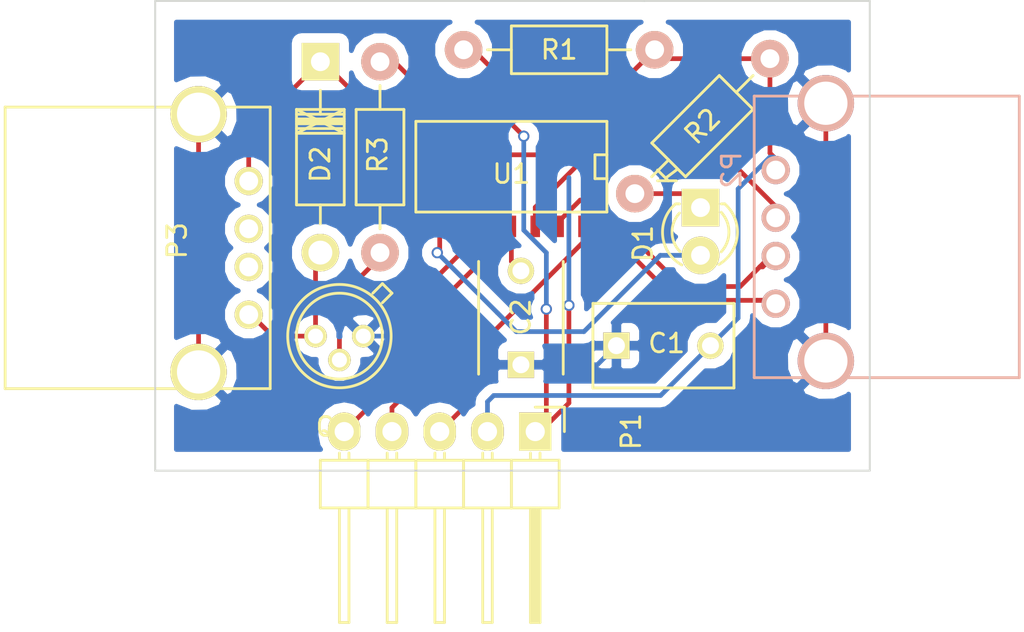
<source format=kicad_pcb>
(kicad_pcb (version 4) (host pcbnew 4.0.0-rc1-stable)

  (general
    (links 28)
    (no_connects 0)
    (area 135.949999 98.949999 174.050001 124.050001)
    (thickness 1.6)
    (drawings 5)
    (tracks 104)
    (zones 0)
    (modules 12)
    (nets 21)
  )

  (page A4)
  (layers
    (0 F.Cu signal)
    (31 B.Cu signal)
    (32 B.Adhes user)
    (33 F.Adhes user)
    (34 B.Paste user)
    (35 F.Paste user)
    (36 B.SilkS user)
    (37 F.SilkS user)
    (38 B.Mask user)
    (39 F.Mask user)
    (40 Dwgs.User user)
    (41 Cmts.User user hide)
    (42 Eco1.User user)
    (43 Eco2.User user)
    (44 Edge.Cuts user)
    (45 Margin user)
    (46 B.CrtYd user)
    (47 F.CrtYd user)
    (48 B.Fab user)
    (49 F.Fab user)
  )

  (setup
    (last_trace_width 0.25)
    (trace_clearance 0.2)
    (zone_clearance 0.508)
    (zone_45_only no)
    (trace_min 0.2)
    (segment_width 0.2)
    (edge_width 0.1)
    (via_size 0.6)
    (via_drill 0.4)
    (via_min_size 0.4)
    (via_min_drill 0.3)
    (uvia_size 0.3)
    (uvia_drill 0.1)
    (uvias_allowed no)
    (uvia_min_size 0.2)
    (uvia_min_drill 0.1)
    (pcb_text_width 0.3)
    (pcb_text_size 1.5 1.5)
    (mod_edge_width 0.15)
    (mod_text_size 1 1)
    (mod_text_width 0.15)
    (pad_size 1.5 1.5)
    (pad_drill 0.6)
    (pad_to_mask_clearance 0)
    (aux_axis_origin 0 0)
    (visible_elements 7FFEFFFF)
    (pcbplotparams
      (layerselection 0x010f0_80000001)
      (usegerberextensions true)
      (excludeedgelayer true)
      (linewidth 0.100000)
      (plotframeref false)
      (viasonmask false)
      (mode 1)
      (useauxorigin false)
      (hpglpennumber 1)
      (hpglpenspeed 20)
      (hpglpendiameter 15)
      (hpglpenoverlay 2)
      (psnegative false)
      (psa4output false)
      (plotreference true)
      (plotvalue true)
      (plotinvisibletext false)
      (padsonsilk false)
      (subtractmaskfromsilk false)
      (outputformat 1)
      (mirror false)
      (drillshape 0)
      (scaleselection 1)
      (outputdirectory ""))
  )

  (net 0 "")
  (net 1 GND)
  (net 2 "Net-(C1-Pad2)")
  (net 3 "Net-(C2-Pad2)")
  (net 4 "Net-(D1-Pad1)")
  (net 5 "Net-(D1-Pad2)")
  (net 6 "Net-(D2-Pad2)")
  (net 7 "Net-(P1-Pad1)")
  (net 8 "Net-(P1-Pad3)")
  (net 9 "Net-(P1-Pad4)")
  (net 10 "Net-(P1-Pad5)")
  (net 11 "Net-(P2-Pad2)")
  (net 12 "Net-(P2-Pad3)")
  (net 13 "Net-(P3-Pad3)")
  (net 14 "Net-(P3-Pad2)")
  (net 15 "Net-(Q1-Pad1)")
  (net 16 "Net-(R3-Pad2)")
  (net 17 "Net-(U1-Pad2)")
  (net 18 "Net-(U1-Pad3)")
  (net 19 "Net-(U1-Pad5)")
  (net 20 "Net-(U1-Pad6)")

  (net_class Default "This is the default net class."
    (clearance 0.2)
    (trace_width 0.25)
    (via_dia 0.6)
    (via_drill 0.4)
    (uvia_dia 0.3)
    (uvia_drill 0.1)
    (add_net GND)
    (add_net "Net-(C1-Pad2)")
    (add_net "Net-(C2-Pad2)")
    (add_net "Net-(D1-Pad1)")
    (add_net "Net-(D1-Pad2)")
    (add_net "Net-(D2-Pad2)")
    (add_net "Net-(P1-Pad1)")
    (add_net "Net-(P1-Pad3)")
    (add_net "Net-(P1-Pad4)")
    (add_net "Net-(P1-Pad5)")
    (add_net "Net-(P2-Pad2)")
    (add_net "Net-(P2-Pad3)")
    (add_net "Net-(P3-Pad2)")
    (add_net "Net-(P3-Pad3)")
    (add_net "Net-(Q1-Pad1)")
    (add_net "Net-(R3-Pad2)")
    (add_net "Net-(U1-Pad2)")
    (add_net "Net-(U1-Pad3)")
    (add_net "Net-(U1-Pad5)")
    (add_net "Net-(U1-Pad6)")
  )

  (module Capacitors_ThroughHole:C_Disc_D7.5_P5 (layer F.Cu) (tedit 56723660) (tstamp 567220A9)
    (at 160.528 117.348)
    (descr "Capacitor 7.5mm Disc, Pitch 5mm")
    (tags Capacitor)
    (path /56721CD2)
    (fp_text reference C1 (at 2.667 -0.127) (layer F.SilkS)
      (effects (font (size 1 1) (thickness 0.15)))
    )
    (fp_text value .01uF (at 2.159 1.397) (layer Cmts.User)
      (effects (font (size 1 1) (thickness 0.15)))
    )
    (fp_line (start -1.5 -2.5) (end 6.5 -2.5) (layer F.CrtYd) (width 0.05))
    (fp_line (start 6.5 -2.5) (end 6.5 2.5) (layer F.CrtYd) (width 0.05))
    (fp_line (start 6.5 2.5) (end -1.5 2.5) (layer F.CrtYd) (width 0.05))
    (fp_line (start -1.5 2.5) (end -1.5 -2.5) (layer F.CrtYd) (width 0.05))
    (fp_line (start -1.25 -2.25) (end 6.25 -2.25) (layer F.SilkS) (width 0.15))
    (fp_line (start 6.25 -2.25) (end 6.25 2.25) (layer F.SilkS) (width 0.15))
    (fp_line (start 6.25 2.25) (end -1.25 2.25) (layer F.SilkS) (width 0.15))
    (fp_line (start -1.25 2.25) (end -1.25 -2.25) (layer F.SilkS) (width 0.15))
    (pad 1 thru_hole rect (at 0 0) (size 1.4 1.4) (drill 0.9) (layers *.Cu *.Mask F.SilkS)
      (net 1 GND))
    (pad 2 thru_hole circle (at 5 0) (size 1.4 1.4) (drill 0.9) (layers *.Cu *.Mask F.SilkS)
      (net 2 "Net-(C1-Pad2)"))
    (model Capacitors_ThroughHole.3dshapes/C_Disc_D7.5_P5.wrl
      (at (xyz 0.0984252 0 0))
      (scale (xyz 1 1 1))
      (rotate (xyz 0 0 0))
    )
  )

  (module Capacitors_ThroughHole:C_Disc_D6_P5 (layer F.Cu) (tedit 56723627) (tstamp 567220AF)
    (at 155.448 118.364 90)
    (descr "Capacitor 6mm Disc, Pitch 5mm")
    (tags Capacitor)
    (path /567238D1)
    (fp_text reference C2 (at 2.54 0 90) (layer F.SilkS)
      (effects (font (size 1 1) (thickness 0.15)))
    )
    (fp_text value .47uF (at 2.54 1.524 90) (layer Cmts.User)
      (effects (font (size 1 1) (thickness 0.15)))
    )
    (fp_line (start -0.95 -2.5) (end 5.95 -2.5) (layer F.CrtYd) (width 0.05))
    (fp_line (start 5.95 -2.5) (end 5.95 2.5) (layer F.CrtYd) (width 0.05))
    (fp_line (start 5.95 2.5) (end -0.95 2.5) (layer F.CrtYd) (width 0.05))
    (fp_line (start -0.95 2.5) (end -0.95 -2.5) (layer F.CrtYd) (width 0.05))
    (fp_line (start -0.5 -2.25) (end 5.5 -2.25) (layer F.SilkS) (width 0.15))
    (fp_line (start 5.5 2.25) (end -0.5 2.25) (layer F.SilkS) (width 0.15))
    (pad 1 thru_hole rect (at 0 0 90) (size 1.4 1.4) (drill 0.9) (layers *.Cu *.Mask F.SilkS)
      (net 1 GND))
    (pad 2 thru_hole circle (at 5 0 90) (size 1.4 1.4) (drill 0.9) (layers *.Cu *.Mask F.SilkS)
      (net 3 "Net-(C2-Pad2)"))
    (model Capacitors_ThroughHole.3dshapes/C_Disc_D6_P5.wrl
      (at (xyz 0.0984252 0 0))
      (scale (xyz 1 1 1))
      (rotate (xyz 0 0 0))
    )
  )

  (module LEDs:LED-3MM (layer F.Cu) (tedit 56723611) (tstamp 567220B5)
    (at 165 110 270)
    (descr "LED 3mm round vertical")
    (tags "LED  3mm round vertical")
    (path /5671F594)
    (fp_text reference D1 (at 1.91 3.06 270) (layer F.SilkS)
      (effects (font (size 1 1) (thickness 0.15)))
    )
    (fp_text value ConnectedLED (at 1.3 -2.9 270) (layer Cmts.User)
      (effects (font (size 1 1) (thickness 0.15)))
    )
    (fp_line (start -1.2 2.3) (end 3.8 2.3) (layer F.CrtYd) (width 0.05))
    (fp_line (start 3.8 2.3) (end 3.8 -2.2) (layer F.CrtYd) (width 0.05))
    (fp_line (start 3.8 -2.2) (end -1.2 -2.2) (layer F.CrtYd) (width 0.05))
    (fp_line (start -1.2 -2.2) (end -1.2 2.3) (layer F.CrtYd) (width 0.05))
    (fp_line (start -0.199 1.314) (end -0.199 1.114) (layer F.SilkS) (width 0.15))
    (fp_line (start -0.199 -1.28) (end -0.199 -1.1) (layer F.SilkS) (width 0.15))
    (fp_arc (start 1.301 0.034) (end -0.199 -1.286) (angle 108.5) (layer F.SilkS) (width 0.15))
    (fp_arc (start 1.301 0.034) (end 0.25 -1.1) (angle 85.7) (layer F.SilkS) (width 0.15))
    (fp_arc (start 1.311 0.034) (end 3.051 0.994) (angle 110) (layer F.SilkS) (width 0.15))
    (fp_arc (start 1.301 0.034) (end 2.335 1.094) (angle 87.5) (layer F.SilkS) (width 0.15))
    (fp_text user K (at -1.69 1.74 270) (layer F.SilkS)
      (effects (font (size 1 1) (thickness 0.15)))
    )
    (pad 1 thru_hole rect (at 0 0) (size 2 2) (drill 1.00076) (layers *.Cu *.Mask F.SilkS)
      (net 4 "Net-(D1-Pad1)"))
    (pad 2 thru_hole circle (at 2.54 0 270) (size 2 2) (drill 1.00076) (layers *.Cu *.Mask F.SilkS)
      (net 5 "Net-(D1-Pad2)"))
    (model LEDs.3dshapes/LED-3MM.wrl
      (at (xyz 0.05 0 0))
      (scale (xyz 1 1 1))
      (rotate (xyz 0 0 90))
    )
  )

  (module Diodes_ThroughHole:Diode_DO-41_SOD81_Horizontal_RM10 (layer F.Cu) (tedit 567236AD) (tstamp 567220BB)
    (at 144.78 102.235 270)
    (descr "Diode, DO-41, SOD81, Horizontal, RM 10mm,")
    (tags "Diode, DO-41, SOD81, Horizontal, RM 10mm, 1N4007, SB140,")
    (path /56720570)
    (fp_text reference D2 (at 5.461 0 270) (layer F.SilkS)
      (effects (font (size 1 1) (thickness 0.15)))
    )
    (fp_text value 1N4001 (at 4.37134 -3.55854 270) (layer Cmts.User)
      (effects (font (size 1 1) (thickness 0.15)))
    )
    (fp_line (start 7.62 -0.00254) (end 8.636 -0.00254) (layer F.SilkS) (width 0.15))
    (fp_line (start 2.794 -0.00254) (end 1.524 -0.00254) (layer F.SilkS) (width 0.15))
    (fp_line (start 3.048 -1.27254) (end 3.048 1.26746) (layer F.SilkS) (width 0.15))
    (fp_line (start 3.302 -1.27254) (end 3.302 1.26746) (layer F.SilkS) (width 0.15))
    (fp_line (start 3.556 -1.27254) (end 3.556 1.26746) (layer F.SilkS) (width 0.15))
    (fp_line (start 2.794 -1.27254) (end 2.794 1.26746) (layer F.SilkS) (width 0.15))
    (fp_line (start 3.81 -1.27254) (end 2.54 1.26746) (layer F.SilkS) (width 0.15))
    (fp_line (start 2.54 -1.27254) (end 3.81 1.26746) (layer F.SilkS) (width 0.15))
    (fp_line (start 3.81 -1.27254) (end 3.81 1.26746) (layer F.SilkS) (width 0.15))
    (fp_line (start 3.175 -1.27254) (end 3.175 1.26746) (layer F.SilkS) (width 0.15))
    (fp_line (start 2.54 1.26746) (end 2.54 -1.27254) (layer F.SilkS) (width 0.15))
    (fp_line (start 2.54 -1.27254) (end 7.62 -1.27254) (layer F.SilkS) (width 0.15))
    (fp_line (start 7.62 -1.27254) (end 7.62 1.26746) (layer F.SilkS) (width 0.15))
    (fp_line (start 7.62 1.26746) (end 2.54 1.26746) (layer F.SilkS) (width 0.15))
    (pad 2 thru_hole circle (at 10.16 -0.00254 90) (size 1.99898 1.99898) (drill 1.27) (layers *.Cu *.Mask F.SilkS)
      (net 6 "Net-(D2-Pad2)"))
    (pad 1 thru_hole rect (at 0 -0.00254 90) (size 1.99898 1.99898) (drill 1.00076) (layers *.Cu *.Mask F.SilkS)
      (net 2 "Net-(C1-Pad2)"))
  )

  (module Pin_Headers:Pin_Header_Angled_1x05 (layer F.Cu) (tedit 56722D76) (tstamp 567220C4)
    (at 156.21 121.92 270)
    (descr "Through hole pin header")
    (tags "pin header")
    (path /5671EBF3)
    (fp_text reference P1 (at 0 -5.1 270) (layer F.SilkS)
      (effects (font (size 1 1) (thickness 0.15)))
    )
    (fp_text value ICSP (at 1.524 12.954 270) (layer F.Fab)
      (effects (font (size 1 1) (thickness 0.15)))
    )
    (fp_line (start -1.5 -1.75) (end -1.5 11.95) (layer F.CrtYd) (width 0.05))
    (fp_line (start 10.65 -1.75) (end 10.65 11.95) (layer F.CrtYd) (width 0.05))
    (fp_line (start -1.5 -1.75) (end 10.65 -1.75) (layer F.CrtYd) (width 0.05))
    (fp_line (start -1.5 11.95) (end 10.65 11.95) (layer F.CrtYd) (width 0.05))
    (fp_line (start -1.3 -1.55) (end -1.3 0) (layer F.SilkS) (width 0.15))
    (fp_line (start 0 -1.55) (end -1.3 -1.55) (layer F.SilkS) (width 0.15))
    (fp_line (start 4.191 -0.127) (end 10.033 -0.127) (layer F.SilkS) (width 0.15))
    (fp_line (start 10.033 -0.127) (end 10.033 0.127) (layer F.SilkS) (width 0.15))
    (fp_line (start 10.033 0.127) (end 4.191 0.127) (layer F.SilkS) (width 0.15))
    (fp_line (start 4.191 0.127) (end 4.191 0) (layer F.SilkS) (width 0.15))
    (fp_line (start 4.191 0) (end 10.033 0) (layer F.SilkS) (width 0.15))
    (fp_line (start 1.524 -0.254) (end 1.143 -0.254) (layer F.SilkS) (width 0.15))
    (fp_line (start 1.524 0.254) (end 1.143 0.254) (layer F.SilkS) (width 0.15))
    (fp_line (start 1.524 2.286) (end 1.143 2.286) (layer F.SilkS) (width 0.15))
    (fp_line (start 1.524 2.794) (end 1.143 2.794) (layer F.SilkS) (width 0.15))
    (fp_line (start 1.524 4.826) (end 1.143 4.826) (layer F.SilkS) (width 0.15))
    (fp_line (start 1.524 5.334) (end 1.143 5.334) (layer F.SilkS) (width 0.15))
    (fp_line (start 1.524 7.366) (end 1.143 7.366) (layer F.SilkS) (width 0.15))
    (fp_line (start 1.524 7.874) (end 1.143 7.874) (layer F.SilkS) (width 0.15))
    (fp_line (start 1.524 10.414) (end 1.143 10.414) (layer F.SilkS) (width 0.15))
    (fp_line (start 1.524 9.906) (end 1.143 9.906) (layer F.SilkS) (width 0.15))
    (fp_line (start 4.064 1.27) (end 4.064 -1.27) (layer F.SilkS) (width 0.15))
    (fp_line (start 10.16 0.254) (end 4.064 0.254) (layer F.SilkS) (width 0.15))
    (fp_line (start 10.16 -0.254) (end 10.16 0.254) (layer F.SilkS) (width 0.15))
    (fp_line (start 4.064 -0.254) (end 10.16 -0.254) (layer F.SilkS) (width 0.15))
    (fp_line (start 1.524 1.27) (end 4.064 1.27) (layer F.SilkS) (width 0.15))
    (fp_line (start 1.524 -1.27) (end 1.524 1.27) (layer F.SilkS) (width 0.15))
    (fp_line (start 1.524 -1.27) (end 4.064 -1.27) (layer F.SilkS) (width 0.15))
    (fp_line (start 1.524 3.81) (end 4.064 3.81) (layer F.SilkS) (width 0.15))
    (fp_line (start 1.524 3.81) (end 1.524 6.35) (layer F.SilkS) (width 0.15))
    (fp_line (start 1.524 6.35) (end 4.064 6.35) (layer F.SilkS) (width 0.15))
    (fp_line (start 4.064 4.826) (end 10.16 4.826) (layer F.SilkS) (width 0.15))
    (fp_line (start 10.16 4.826) (end 10.16 5.334) (layer F.SilkS) (width 0.15))
    (fp_line (start 10.16 5.334) (end 4.064 5.334) (layer F.SilkS) (width 0.15))
    (fp_line (start 4.064 6.35) (end 4.064 3.81) (layer F.SilkS) (width 0.15))
    (fp_line (start 4.064 3.81) (end 4.064 1.27) (layer F.SilkS) (width 0.15))
    (fp_line (start 10.16 2.794) (end 4.064 2.794) (layer F.SilkS) (width 0.15))
    (fp_line (start 10.16 2.286) (end 10.16 2.794) (layer F.SilkS) (width 0.15))
    (fp_line (start 4.064 2.286) (end 10.16 2.286) (layer F.SilkS) (width 0.15))
    (fp_line (start 1.524 3.81) (end 4.064 3.81) (layer F.SilkS) (width 0.15))
    (fp_line (start 1.524 1.27) (end 1.524 3.81) (layer F.SilkS) (width 0.15))
    (fp_line (start 1.524 1.27) (end 4.064 1.27) (layer F.SilkS) (width 0.15))
    (fp_line (start 1.524 8.89) (end 4.064 8.89) (layer F.SilkS) (width 0.15))
    (fp_line (start 1.524 8.89) (end 1.524 11.43) (layer F.SilkS) (width 0.15))
    (fp_line (start 1.524 11.43) (end 4.064 11.43) (layer F.SilkS) (width 0.15))
    (fp_line (start 4.064 9.906) (end 10.16 9.906) (layer F.SilkS) (width 0.15))
    (fp_line (start 10.16 9.906) (end 10.16 10.414) (layer F.SilkS) (width 0.15))
    (fp_line (start 10.16 10.414) (end 4.064 10.414) (layer F.SilkS) (width 0.15))
    (fp_line (start 4.064 11.43) (end 4.064 8.89) (layer F.SilkS) (width 0.15))
    (fp_line (start 4.064 8.89) (end 4.064 6.35) (layer F.SilkS) (width 0.15))
    (fp_line (start 10.16 7.874) (end 4.064 7.874) (layer F.SilkS) (width 0.15))
    (fp_line (start 10.16 7.366) (end 10.16 7.874) (layer F.SilkS) (width 0.15))
    (fp_line (start 4.064 7.366) (end 10.16 7.366) (layer F.SilkS) (width 0.15))
    (fp_line (start 1.524 8.89) (end 4.064 8.89) (layer F.SilkS) (width 0.15))
    (fp_line (start 1.524 6.35) (end 1.524 8.89) (layer F.SilkS) (width 0.15))
    (fp_line (start 1.524 6.35) (end 4.064 6.35) (layer F.SilkS) (width 0.15))
    (pad 1 thru_hole rect (at 0 0 270) (size 2.032 1.7272) (drill 1.016) (layers *.Cu *.Mask F.SilkS)
      (net 7 "Net-(P1-Pad1)"))
    (pad 2 thru_hole oval (at 0 2.54 270) (size 2.032 1.7272) (drill 1.016) (layers *.Cu *.Mask F.SilkS)
      (net 2 "Net-(C1-Pad2)"))
    (pad 3 thru_hole oval (at 0 5.08 270) (size 2.032 1.7272) (drill 1.016) (layers *.Cu *.Mask F.SilkS)
      (net 8 "Net-(P1-Pad3)"))
    (pad 4 thru_hole oval (at 0 7.62 270) (size 2.032 1.7272) (drill 1.016) (layers *.Cu *.Mask F.SilkS)
      (net 9 "Net-(P1-Pad4)"))
    (pad 5 thru_hole oval (at 0 10.16 270) (size 2.032 1.7272) (drill 1.016) (layers *.Cu *.Mask F.SilkS)
      (net 10 "Net-(P1-Pad5)"))
    (model Pin_Headers.3dshapes/Pin_Header_Angled_1x05.wrl
      (at (xyz 0 -0.2 0))
      (scale (xyz 1 1 1))
      (rotate (xyz 0 0 90))
    )
  )

  (module Connect:USB_A (layer F.Cu) (tedit 567235FE) (tstamp 567220D7)
    (at 140.97 108.585 270)
    (descr "USB A connector")
    (tags "USB USB_A")
    (path /5671FB91)
    (fp_text reference P3 (at 3.175 3.81 270) (layer F.SilkS)
      (effects (font (size 1 1) (thickness 0.15)))
    )
    (fp_text value "USB_A (Female - To Fan)" (at 3.83794 7.43458 270) (layer Cmts.User)
      (effects (font (size 1 1) (thickness 0.15)))
    )
    (fp_line (start -5.3 13.2) (end -5.3 -1.4) (layer F.CrtYd) (width 0.05))
    (fp_line (start 11.95 -1.4) (end 11.95 13.2) (layer F.CrtYd) (width 0.05))
    (fp_line (start -5.3 13.2) (end 11.95 13.2) (layer F.CrtYd) (width 0.05))
    (fp_line (start -5.3 -1.4) (end 11.95 -1.4) (layer F.CrtYd) (width 0.05))
    (fp_line (start 11.04986 -1.14512) (end 11.04986 12.95188) (layer F.SilkS) (width 0.15))
    (fp_line (start -3.93614 12.95188) (end -3.93614 -1.14512) (layer F.SilkS) (width 0.15))
    (fp_line (start 11.04986 -1.14512) (end -3.93614 -1.14512) (layer F.SilkS) (width 0.15))
    (fp_line (start 11.04986 12.95188) (end -3.93614 12.95188) (layer F.SilkS) (width 0.15))
    (pad 4 thru_hole circle (at 7.11286 -0.00212 180) (size 1.50114 1.50114) (drill 1.00076) (layers *.Cu *.Mask F.SilkS)
      (net 6 "Net-(D2-Pad2)"))
    (pad 3 thru_hole circle (at 4.57286 -0.00212 180) (size 1.50114 1.50114) (drill 1.00076) (layers *.Cu *.Mask F.SilkS)
      (net 13 "Net-(P3-Pad3)"))
    (pad 2 thru_hole circle (at 2.54086 -0.00212 180) (size 1.50114 1.50114) (drill 1.00076) (layers *.Cu *.Mask F.SilkS)
      (net 14 "Net-(P3-Pad2)"))
    (pad 1 thru_hole circle (at 0.00086 -0.00212 180) (size 1.50114 1.50114) (drill 1.00076) (layers *.Cu *.Mask F.SilkS)
      (net 2 "Net-(C1-Pad2)"))
    (pad 5 thru_hole circle (at 10.16086 2.66488 180) (size 2.99974 2.99974) (drill 2.30124) (layers *.Cu *.Mask F.SilkS)
      (net 1 GND))
    (pad 5 thru_hole circle (at -3.55514 2.66488 180) (size 2.99974 2.99974) (drill 2.30124) (layers *.Cu *.Mask F.SilkS)
      (net 1 GND))
    (model Connect.3dshapes/USB_A.wrl
      (at (xyz 0.14 0 0))
      (scale (xyz 1 1 1))
      (rotate (xyz 0 0 90))
    )
  )

  (module Resistors_ThroughHole:Resistor_Horizontal_RM10mm (layer F.Cu) (tedit 56723646) (tstamp 567220E4)
    (at 157.48 101.6 180)
    (descr "Resistor, Axial,  RM 10mm, 1/3W,")
    (tags "Resistor, Axial, RM 10mm, 1/3W,")
    (path /5671EA8A)
    (fp_text reference R1 (at 0 0 180) (layer F.SilkS)
      (effects (font (size 1 1) (thickness 0.15)))
    )
    (fp_text value 10K (at 0 0 180) (layer Cmts.User)
      (effects (font (size 1 1) (thickness 0.15)))
    )
    (fp_line (start -2.54 -1.27) (end 2.54 -1.27) (layer F.SilkS) (width 0.15))
    (fp_line (start 2.54 -1.27) (end 2.54 1.27) (layer F.SilkS) (width 0.15))
    (fp_line (start 2.54 1.27) (end -2.54 1.27) (layer F.SilkS) (width 0.15))
    (fp_line (start -2.54 1.27) (end -2.54 -1.27) (layer F.SilkS) (width 0.15))
    (fp_line (start -2.54 0) (end -3.81 0) (layer F.SilkS) (width 0.15))
    (fp_line (start 2.54 0) (end 3.81 0) (layer F.SilkS) (width 0.15))
    (pad 1 thru_hole circle (at -5.08 0 180) (size 1.99898 1.99898) (drill 1.00076) (layers *.Cu *.SilkS *.Mask)
      (net 2 "Net-(C1-Pad2)"))
    (pad 2 thru_hole circle (at 5.08 0 180) (size 1.99898 1.99898) (drill 1.00076) (layers *.Cu *.SilkS *.Mask)
      (net 7 "Net-(P1-Pad1)"))
    (model Resistors_ThroughHole.3dshapes/Resistor_Horizontal_RM10mm.wrl
      (at (xyz 0 0 0))
      (scale (xyz 0.4 0.4 0.4))
      (rotate (xyz 0 0 0))
    )
  )

  (module Resistors_ThroughHole:Resistor_Horizontal_RM10mm (layer F.Cu) (tedit 567236D2) (tstamp 567220EA)
    (at 165.1 105.664 45)
    (descr "Resistor, Axial,  RM 10mm, 1/3W,")
    (tags "Resistor, Axial, RM 10mm, 1/3W,")
    (path /5671F485)
    (fp_text reference R2 (at 0 0 45) (layer F.SilkS)
      (effects (font (size 1 1) (thickness 0.15)))
    )
    (fp_text value 330 (at 0.508 1.524 45) (layer Cmts.User)
      (effects (font (size 1 1) (thickness 0.15)))
    )
    (fp_line (start -2.54 -1.27) (end 2.54 -1.27) (layer F.SilkS) (width 0.15))
    (fp_line (start 2.54 -1.27) (end 2.54 1.27) (layer F.SilkS) (width 0.15))
    (fp_line (start 2.54 1.27) (end -2.54 1.27) (layer F.SilkS) (width 0.15))
    (fp_line (start -2.54 1.27) (end -2.54 -1.27) (layer F.SilkS) (width 0.15))
    (fp_line (start -2.54 0) (end -3.81 0) (layer F.SilkS) (width 0.15))
    (fp_line (start 2.54 0) (end 3.81 0) (layer F.SilkS) (width 0.15))
    (pad 1 thru_hole circle (at -5.08 0 45) (size 1.99898 1.99898) (drill 1.00076) (layers *.Cu *.SilkS *.Mask)
      (net 4 "Net-(D1-Pad1)"))
    (pad 2 thru_hole circle (at 5.08 0 45) (size 1.99898 1.99898) (drill 1.00076) (layers *.Cu *.SilkS *.Mask)
      (net 2 "Net-(C1-Pad2)"))
    (model Resistors_ThroughHole.3dshapes/Resistor_Horizontal_RM10mm.wrl
      (at (xyz 0 0 0))
      (scale (xyz 0.4 0.4 0.4))
      (rotate (xyz 0 0 0))
    )
  )

  (module Resistors_ThroughHole:Resistor_Horizontal_RM10mm (layer F.Cu) (tedit 5672369D) (tstamp 567220F0)
    (at 147.955 107.315 90)
    (descr "Resistor, Axial,  RM 10mm, 1/3W,")
    (tags "Resistor, Axial, RM 10mm, 1/3W,")
    (path /567208A8)
    (fp_text reference R3 (at 0.127 -0.127 90) (layer F.SilkS)
      (effects (font (size 1 1) (thickness 0.15)))
    )
    (fp_text value 1K (at -1.905 -0.635 90) (layer Cmts.User)
      (effects (font (size 1 1) (thickness 0.15)))
    )
    (fp_line (start -2.54 -1.27) (end 2.54 -1.27) (layer F.SilkS) (width 0.15))
    (fp_line (start 2.54 -1.27) (end 2.54 1.27) (layer F.SilkS) (width 0.15))
    (fp_line (start 2.54 1.27) (end -2.54 1.27) (layer F.SilkS) (width 0.15))
    (fp_line (start -2.54 1.27) (end -2.54 -1.27) (layer F.SilkS) (width 0.15))
    (fp_line (start -2.54 0) (end -3.81 0) (layer F.SilkS) (width 0.15))
    (fp_line (start 2.54 0) (end 3.81 0) (layer F.SilkS) (width 0.15))
    (pad 1 thru_hole circle (at -5.08 0 90) (size 1.99898 1.99898) (drill 1.00076) (layers *.Cu *.SilkS *.Mask)
      (net 15 "Net-(Q1-Pad1)"))
    (pad 2 thru_hole circle (at 5.08 0 90) (size 1.99898 1.99898) (drill 1.00076) (layers *.Cu *.SilkS *.Mask)
      (net 16 "Net-(R3-Pad2)"))
    (model Resistors_ThroughHole.3dshapes/Resistor_Horizontal_RM10mm.wrl
      (at (xyz 0 0 0))
      (scale (xyz 0.4 0.4 0.4))
      (rotate (xyz 0 0 0))
    )
  )

  (module SMD_Packages:SOIC-14_N (layer F.Cu) (tedit 56723632) (tstamp 56722102)
    (at 154.94 107.95 180)
    (descr "Module CMS SOJ 14 pins Large")
    (tags "CMS SOJ")
    (path /5671E2A2)
    (attr smd)
    (fp_text reference U1 (at 0 -0.254 180) (layer F.SilkS)
      (effects (font (size 1 1) (thickness 0.15)))
    )
    (fp_text value "PIC16(L)F1455-I/SL" (at 0 1.27 180) (layer Cmts.User)
      (effects (font (size 1 1) (thickness 0.15)))
    )
    (fp_line (start 5.08 -2.286) (end 5.08 2.54) (layer F.SilkS) (width 0.15))
    (fp_line (start 5.08 2.54) (end -5.08 2.54) (layer F.SilkS) (width 0.15))
    (fp_line (start -5.08 2.54) (end -5.08 -2.286) (layer F.SilkS) (width 0.15))
    (fp_line (start -5.08 -2.286) (end 5.08 -2.286) (layer F.SilkS) (width 0.15))
    (fp_line (start -5.08 -0.508) (end -4.445 -0.508) (layer F.SilkS) (width 0.15))
    (fp_line (start -4.445 -0.508) (end -4.445 0.762) (layer F.SilkS) (width 0.15))
    (fp_line (start -4.445 0.762) (end -5.08 0.762) (layer F.SilkS) (width 0.15))
    (pad 1 smd rect (at -3.81 3.302 180) (size 0.508 1.143) (layers F.Cu F.Paste F.Mask)
      (net 2 "Net-(C1-Pad2)"))
    (pad 2 smd rect (at -2.54 3.302 180) (size 0.508 1.143) (layers F.Cu F.Paste F.Mask)
      (net 17 "Net-(U1-Pad2)"))
    (pad 3 smd rect (at -1.27 3.302 180) (size 0.508 1.143) (layers F.Cu F.Paste F.Mask)
      (net 18 "Net-(U1-Pad3)"))
    (pad 4 smd rect (at 0 3.302 180) (size 0.508 1.143) (layers F.Cu F.Paste F.Mask)
      (net 7 "Net-(P1-Pad1)"))
    (pad 5 smd rect (at 1.27 3.302 180) (size 0.508 1.143) (layers F.Cu F.Paste F.Mask)
      (net 19 "Net-(U1-Pad5)"))
    (pad 6 smd rect (at 2.54 3.302 180) (size 0.508 1.143) (layers F.Cu F.Paste F.Mask)
      (net 20 "Net-(U1-Pad6)"))
    (pad 7 smd rect (at 3.81 3.302 180) (size 0.508 1.143) (layers F.Cu F.Paste F.Mask)
      (net 16 "Net-(R3-Pad2)"))
    (pad 8 smd rect (at 3.81 -3.048 180) (size 0.508 1.143) (layers F.Cu F.Paste F.Mask)
      (net 5 "Net-(D1-Pad2)"))
    (pad 9 smd rect (at 2.54 -3.048 180) (size 0.508 1.143) (layers F.Cu F.Paste F.Mask)
      (net 10 "Net-(P1-Pad5)"))
    (pad 11 smd rect (at 0 -3.048 180) (size 0.508 1.143) (layers F.Cu F.Paste F.Mask)
      (net 3 "Net-(C2-Pad2)"))
    (pad 12 smd rect (at -1.27 -3.048 180) (size 0.508 1.143) (layers F.Cu F.Paste F.Mask)
      (net 11 "Net-(P2-Pad2)"))
    (pad 13 smd rect (at -2.54 -3.048 180) (size 0.508 1.143) (layers F.Cu F.Paste F.Mask)
      (net 12 "Net-(P2-Pad3)"))
    (pad 14 smd rect (at -3.81 -3.048 180) (size 0.508 1.143) (layers F.Cu F.Paste F.Mask)
      (net 8 "Net-(P1-Pad3)"))
    (pad 10 smd rect (at 1.27 -3.048 180) (size 0.508 1.143) (layers F.Cu F.Paste F.Mask)
      (net 9 "Net-(P1-Pad4)"))
    (model SMD_Packages.3dshapes/SOIC-14_N.wrl
      (at (xyz 0 0 0))
      (scale (xyz 0.5 0.4 0.5))
      (rotate (xyz 0 0 0))
    )
  )

  (module PatrickFoot:TO-18_3Pin (layer F.Cu) (tedit 567232E0) (tstamp 567220DE)
    (at 145.796 116.84 180)
    (descr "TO-18, 3Pin,")
    (tags "TO-18, 3Pin,")
    (path /5672AA4A)
    (fp_text reference Q1 (at 0.254 -4.826 180) (layer F.SilkS)
      (effects (font (size 1 1) (thickness 0.15)))
    )
    (fp_text value MS_2N2222A (at 0 4.826 180) (layer F.Fab)
      (effects (font (size 1 1) (thickness 0.15)))
    )
    (fp_line (start -2.794 2.286) (end -2.286 1.778) (layer F.SilkS) (width 0.15))
    (fp_line (start -1.778 2.286) (end -2.286 2.794) (layer F.SilkS) (width 0.15))
    (fp_line (start -2.286 2.794) (end -2.794 2.286) (layer F.SilkS) (width 0.15))
    (fp_circle (center 0 0) (end 2.286 0) (layer F.SilkS) (width 0.15))
    (fp_circle (center 0 0) (end 2.75 0) (layer F.SilkS) (width 0.15))
    (pad 3 thru_hole circle (at -1.27 0 180) (size 1.2 1.2) (drill 0.8) (layers *.Cu *.Mask F.SilkS)
      (net 1 GND))
    (pad 1 thru_hole circle (at 0 -1.27 180) (size 1.2 1.2) (drill 0.8) (layers *.Cu *.Mask F.SilkS)
      (net 15 "Net-(Q1-Pad1)"))
    (pad 2 thru_hole circle (at 1.27 0 180) (size 1.2 1.2) (drill 0.8) (layers *.Cu *.Mask F.SilkS)
      (net 6 "Net-(D2-Pad2)"))
    (model TO_SOT_Packages_THT.3dshapes/TO-18_3Pin.wrl
      (at (xyz 0 0 0))
      (scale (xyz 0.3937 0.3937 0.3937))
      (rotate (xyz 0 0 0))
    )
  )

  (module Connect:USB_A (layer B.Cu) (tedit 5543E289) (tstamp 567220CD)
    (at 169 108 270)
    (descr "USB A connector")
    (tags "USB USB_A")
    (path /5671E4CB)
    (fp_text reference P2 (at 0 2.35 270) (layer B.SilkS)
      (effects (font (size 1 1) (thickness 0.15)) (justify mirror))
    )
    (fp_text value "USB_A (Male To Host)" (at 3.83794 -7.43458 270) (layer B.Fab)
      (effects (font (size 1 1) (thickness 0.15)) (justify mirror))
    )
    (fp_line (start -5.3 -13.2) (end -5.3 1.4) (layer B.CrtYd) (width 0.05))
    (fp_line (start 11.95 1.4) (end 11.95 -13.2) (layer B.CrtYd) (width 0.05))
    (fp_line (start -5.3 -13.2) (end 11.95 -13.2) (layer B.CrtYd) (width 0.05))
    (fp_line (start -5.3 1.4) (end 11.95 1.4) (layer B.CrtYd) (width 0.05))
    (fp_line (start 11.04986 1.14512) (end 11.04986 -12.95188) (layer B.SilkS) (width 0.15))
    (fp_line (start -3.93614 -12.95188) (end -3.93614 1.14512) (layer B.SilkS) (width 0.15))
    (fp_line (start 11.04986 1.14512) (end -3.93614 1.14512) (layer B.SilkS) (width 0.15))
    (fp_line (start 11.04986 -12.95188) (end -3.93614 -12.95188) (layer B.SilkS) (width 0.15))
    (pad 4 thru_hole circle (at 7.11286 0.00212) (size 1.50114 1.50114) (drill 1.00076) (layers *.Cu *.Mask B.SilkS)
      (net 8 "Net-(P1-Pad3)"))
    (pad 3 thru_hole circle (at 4.57286 0.00212) (size 1.50114 1.50114) (drill 1.00076) (layers *.Cu *.Mask B.SilkS)
      (net 12 "Net-(P2-Pad3)"))
    (pad 2 thru_hole circle (at 2.54086 0.00212) (size 1.50114 1.50114) (drill 1.00076) (layers *.Cu *.Mask B.SilkS)
      (net 11 "Net-(P2-Pad2)"))
    (pad 1 thru_hole circle (at 0.00086 0.00212) (size 1.50114 1.50114) (drill 1.00076) (layers *.Cu *.Mask B.SilkS)
      (net 2 "Net-(C1-Pad2)"))
    (pad 5 thru_hole circle (at 10.16086 -2.66488) (size 2.99974 2.99974) (drill 2.30124) (layers *.Cu *.Mask B.SilkS)
      (net 1 GND))
    (pad 5 thru_hole circle (at -3.55514 -2.66488) (size 2.99974 2.99974) (drill 2.30124) (layers *.Cu *.Mask B.SilkS)
      (net 1 GND))
    (model Connect.3dshapes/USB_A.wrl
      (at (xyz 0.14 0 0))
      (scale (xyz 1 1 1))
      (rotate (xyz 0 0 90))
    )
  )

  (gr_line (start 136 124) (end 174 124) (angle 90) (layer Edge.Cuts) (width 0.1))
  (gr_line (start 162 99) (end 174 99) (angle 90) (layer Edge.Cuts) (width 0.1))
  (gr_line (start 136 99) (end 162 99) (angle 90) (layer Edge.Cuts) (width 0.1))
  (gr_line (start 174 124) (end 174 99) (angle 90) (layer Edge.Cuts) (width 0.1))
  (gr_line (start 136 99) (end 136 124) (angle 90) (layer Edge.Cuts) (width 0.1))

  (segment (start 155.448 118.364) (end 159.512 118.364) (width 0.25) (layer B.Cu) (net 1))
  (segment (start 159.512 118.364) (end 160.528 117.348) (width 0.25) (layer B.Cu) (net 1) (tstamp 56724BD8))
  (segment (start 147.066 116.84) (end 150.368 116.84) (width 0.25) (layer B.Cu) (net 1))
  (segment (start 151.892 118.364) (end 155.448 118.364) (width 0.25) (layer B.Cu) (net 1) (tstamp 56724BC7))
  (segment (start 150.368 116.84) (end 151.892 118.364) (width 0.25) (layer B.Cu) (net 1) (tstamp 56724BC3))
  (segment (start 171.66488 104.44486) (end 171.66488 118.16086) (width 0.25) (layer F.Cu) (net 1))
  (segment (start 138.30512 118.74586) (end 138.30512 105.02986) (width 0.25) (layer F.Cu) (net 1))
  (segment (start 153.67 121.92) (end 153.67 120.33) (width 0.25) (layer B.Cu) (net 2))
  (segment (start 162.876 120) (end 165.528 117.348) (width 0.25) (layer B.Cu) (net 2) (tstamp 56724E88))
  (segment (start 154 120) (end 162.876 120) (width 0.25) (layer B.Cu) (net 2) (tstamp 56724E82))
  (segment (start 153.67 120.33) (end 154 120) (width 0.25) (layer B.Cu) (net 2) (tstamp 56724E7F))
  (segment (start 167 115.876) (end 165.528 117.348) (width 0.25) (layer B.Cu) (net 2) (tstamp 56724D47))
  (segment (start 140.97212 108.58586) (end 140.97212 106.04542) (width 0.25) (layer F.Cu) (net 2))
  (segment (start 140.97212 106.04542) (end 144.78254 102.235) (width 0.25) (layer F.Cu) (net 2) (tstamp 56724B30))
  (segment (start 158.75 105.664) (end 158.75 104.648) (width 0.25) (layer F.Cu) (net 2))
  (segment (start 144.78254 102.235) (end 144.907 102.235) (width 0.25) (layer F.Cu) (net 2))
  (segment (start 144.907 102.235) (end 149.86 107.188) (width 0.25) (layer F.Cu) (net 2) (tstamp 56724982))
  (segment (start 149.86 107.188) (end 157.48 107.188) (width 0.25) (layer F.Cu) (net 2) (tstamp 56724987))
  (segment (start 157.48 107.188) (end 158.75 105.918) (width 0.25) (layer F.Cu) (net 2) (tstamp 56724990))
  (segment (start 158.75 105.918) (end 158.75 105.664) (width 0.25) (layer F.Cu) (net 2) (tstamp 5672499A))
  (segment (start 158.75 105.664) (end 158.75 105.41) (width 0.25) (layer F.Cu) (net 2) (tstamp 567249B3))
  (segment (start 158.75 104.648) (end 159.512 104.648) (width 0.25) (layer F.Cu) (net 2))
  (segment (start 159.512 104.648) (end 162.56 101.6) (width 0.25) (layer F.Cu) (net 2) (tstamp 56724930))
  (segment (start 168.692102 102.071898) (end 163.031898 102.071898) (width 0.25) (layer F.Cu) (net 2))
  (segment (start 163.031898 102.071898) (end 162.56 101.6) (width 0.25) (layer F.Cu) (net 2) (tstamp 56724927))
  (segment (start 168.692102 102.071898) (end 168.692102 107.097102) (width 0.25) (layer F.Cu) (net 2))
  (segment (start 168.91 107.315) (end 168.685 107.315) (width 0.25) (layer B.Cu) (net 2))
  (segment (start 168.685 107.315) (end 167 109) (width 0.25) (layer B.Cu) (net 2) (tstamp 56724D3C))
  (segment (start 167 109) (end 167 115.876) (width 0.25) (layer B.Cu) (net 2) (tstamp 56724D43))
  (segment (start 168.692102 107.097102) (end 168.91 107.315) (width 0.25) (layer F.Cu) (net 2) (tstamp 5672491A))
  (segment (start 154.94 110.998) (end 154.94 112.856) (width 0.25) (layer F.Cu) (net 3))
  (segment (start 154.94 112.856) (end 155.448 113.364) (width 0.25) (layer F.Cu) (net 3) (tstamp 56724BFB))
  (segment (start 161.507898 109.256102) (end 164.256102 109.256102) (width 0.25) (layer F.Cu) (net 4))
  (segment (start 164.256102 109.256102) (end 165 110) (width 0.25) (layer F.Cu) (net 4) (tstamp 56724F0F))
  (segment (start 151.13 110.998) (end 151.13 112.27) (width 0.25) (layer F.Cu) (net 5))
  (segment (start 162.86 112.54) (end 165 112.54) (width 0.25) (layer B.Cu) (net 5) (tstamp 567250E5))
  (segment (start 158.8 116.6) (end 162.86 112.54) (width 0.25) (layer B.Cu) (net 5) (tstamp 567250E2))
  (segment (start 155.2 116.6) (end 158.8 116.6) (width 0.25) (layer B.Cu) (net 5) (tstamp 567250DF))
  (segment (start 154.2 115.6) (end 155.2 116.6) (width 0.25) (layer B.Cu) (net 5) (tstamp 567250DC))
  (segment (start 151 112.4) (end 154.2 115.6) (width 0.25) (layer B.Cu) (net 5) (tstamp 567250DB))
  (via (at 151 112.4) (size 0.6) (drill 0.4) (layers F.Cu B.Cu) (net 5))
  (segment (start 151.13 112.27) (end 151 112.4) (width 0.25) (layer F.Cu) (net 5) (tstamp 567250D5))
  (segment (start 144.526 116.84) (end 144.526 112.65154) (width 0.25) (layer F.Cu) (net 6))
  (segment (start 144.526 112.65154) (end 144.78254 112.395) (width 0.25) (layer F.Cu) (net 6) (tstamp 56724AD5))
  (segment (start 140.97212 115.69786) (end 141.09786 115.69786) (width 0.25) (layer F.Cu) (net 6))
  (segment (start 141.09786 115.69786) (end 142.24 116.84) (width 0.25) (layer F.Cu) (net 6) (tstamp 56724AC9))
  (segment (start 142.24 116.84) (end 144.526 116.84) (width 0.25) (layer F.Cu) (net 6) (tstamp 56724ACE))
  (segment (start 156.8 121.33) (end 156.8 120.2) (width 0.25) (layer F.Cu) (net 7))
  (segment (start 155.6 111.2) (end 156.8 112.4) (width 0.25) (layer B.Cu) (net 7) (tstamp 56725159))
  (segment (start 156.8 112.4) (end 156.8 115.4) (width 0.25) (layer B.Cu) (net 7) (tstamp 56725168))
  (via (at 156.8 115.4) (size 0.6) (drill 0.4) (layers F.Cu B.Cu) (net 7))
  (segment (start 156.8 115.4) (end 156.8 120.2) (width 0.25) (layer F.Cu) (net 7) (tstamp 56725170))
  (segment (start 154.94 105.54) (end 154.94 104.648) (width 0.25) (layer F.Cu) (net 7) (tstamp 56725109))
  (segment (start 155.6 106.2) (end 154.94 105.54) (width 0.25) (layer F.Cu) (net 7) (tstamp 56725108))
  (via (at 155.6 106.2) (size 0.6) (drill 0.4) (layers F.Cu B.Cu) (net 7))
  (segment (start 155.6 106.2) (end 155.6 111.2) (width 0.25) (layer B.Cu) (net 7))
  (segment (start 156.8 121.33) (end 156.21 121.92) (width 0.25) (layer F.Cu) (net 7) (tstamp 567251C9))
  (segment (start 158 119) (end 158 120.4) (width 0.25) (layer F.Cu) (net 7))
  (segment (start 158 119) (end 158 115.2) (width 0.25) (layer F.Cu) (net 7) (tstamp 56725061))
  (via (at 158 115.2) (size 0.6) (drill 0.4) (layers F.Cu B.Cu) (net 7))
  (segment (start 158 108.4) (end 158 115.2) (width 0.25) (layer B.Cu) (net 7) (tstamp 56725067))
  (segment (start 158 120.4) (end 156.48 121.92) (width 0.25) (layer F.Cu) (net 7) (tstamp 567251A7))
  (segment (start 156.48 121.92) (end 156.21 121.92) (width 0.25) (layer F.Cu) (net 7) (tstamp 567251A9))
  (segment (start 152.4 101.6) (end 152.908 101.6) (width 0.25) (layer F.Cu) (net 7))
  (segment (start 152.908 101.6) (end 154.94 103.632) (width 0.25) (layer F.Cu) (net 7) (tstamp 56724952))
  (segment (start 154.94 103.632) (end 154.94 104.648) (width 0.25) (layer F.Cu) (net 7) (tstamp 56724957))
  (segment (start 168 114.935) (end 168.93374 114.935) (width 0.25) (layer F.Cu) (net 8))
  (segment (start 168.93374 114.935) (end 168.99788 114.99914) (width 0.25) (layer F.Cu) (net 8) (tstamp 56725B86))
  (segment (start 163.735 114.935) (end 168 114.935) (width 0.25) (layer F.Cu) (net 8) (tstamp 5672502C))
  (segment (start 168 114.935) (end 168.91 114.935) (width 0.25) (layer F.Cu) (net 8) (tstamp 56725B84))
  (segment (start 159.798 110.998) (end 163.735 114.935) (width 0.25) (layer F.Cu) (net 8) (tstamp 56725025))
  (segment (start 158.75 110.998) (end 159.798 110.998) (width 0.25) (layer F.Cu) (net 8))
  (segment (start 158.75 110.998) (end 158.75 111.85) (width 0.25) (layer F.Cu) (net 8))
  (segment (start 152.4 120.65) (end 151.13 121.92) (width 0.25) (layer F.Cu) (net 8) (tstamp 56725015))
  (segment (start 152.4 118.2) (end 152.4 120.65) (width 0.25) (layer F.Cu) (net 8) (tstamp 56725012))
  (segment (start 158.75 111.85) (end 152.4 118.2) (width 0.25) (layer F.Cu) (net 8) (tstamp 5672500A))
  (segment (start 153.67 110.998) (end 153.67 112.522) (width 0.25) (layer F.Cu) (net 9))
  (segment (start 148.59 120.65) (end 148.59 121.92) (width 0.25) (layer F.Cu) (net 9) (tstamp 56724BB6))
  (segment (start 149.86 119.38) (end 148.59 120.65) (width 0.25) (layer F.Cu) (net 9) (tstamp 56724BB2))
  (segment (start 149.86 116.332) (end 149.86 119.38) (width 0.25) (layer F.Cu) (net 9) (tstamp 56724BB0))
  (segment (start 153.67 112.522) (end 149.86 116.332) (width 0.25) (layer F.Cu) (net 9) (tstamp 56724BAC))
  (segment (start 148.59 121.92) (end 148.59 121.158) (width 0.25) (layer B.Cu) (net 9))
  (segment (start 152.4 110.998) (end 152.4 112.268) (width 0.25) (layer F.Cu) (net 10))
  (segment (start 148.844 119.126) (end 146.05 121.92) (width 0.25) (layer F.Cu) (net 10) (tstamp 56724BA8))
  (segment (start 148.844 115.824) (end 148.844 119.126) (width 0.25) (layer F.Cu) (net 10) (tstamp 56724BA5))
  (segment (start 152.4 112.268) (end 148.844 115.824) (width 0.25) (layer F.Cu) (net 10) (tstamp 56724B9F))
  (segment (start 156.21 110.998) (end 156.21 109.982) (width 0.25) (layer F.Cu) (net 11))
  (segment (start 156.21 109.982) (end 159.004 107.188) (width 0.25) (layer F.Cu) (net 11) (tstamp 56724CA5))
  (segment (start 166.243 107.188) (end 168.91 109.855) (width 0.25) (layer F.Cu) (net 11) (tstamp 56724CAD))
  (segment (start 159.004 107.188) (end 166.243 107.188) (width 0.25) (layer F.Cu) (net 11) (tstamp 56724CA9))
  (segment (start 168.1525 113.1525) (end 168.30452 113.1525) (width 0.25) (layer F.Cu) (net 12))
  (segment (start 168.30452 113.1525) (end 168.99788 112.45914) (width 0.25) (layer F.Cu) (net 12) (tstamp 56725B92))
  (segment (start 167.105 114.2) (end 168.1525 113.1525) (width 0.25) (layer F.Cu) (net 12) (tstamp 567250B8))
  (segment (start 168.1525 113.1525) (end 168.91 112.395) (width 0.25) (layer F.Cu) (net 12) (tstamp 56725B90))
  (segment (start 157.48 110.998) (end 157.48 110.72) (width 0.25) (layer F.Cu) (net 12))
  (segment (start 157.48 110.72) (end 158.6 109.6) (width 0.25) (layer F.Cu) (net 12) (tstamp 56725094))
  (segment (start 158.6 109.6) (end 159.4 109.6) (width 0.25) (layer F.Cu) (net 12) (tstamp 567250AB))
  (segment (start 159.4 109.6) (end 164 114.2) (width 0.25) (layer F.Cu) (net 12) (tstamp 567250AD))
  (segment (start 164 114.2) (end 167.105 114.2) (width 0.25) (layer F.Cu) (net 12) (tstamp 567250B5))
  (segment (start 145.796 118.11) (end 145.796 114.808) (width 0.25) (layer F.Cu) (net 15))
  (segment (start 145.796 114.808) (end 147.955 112.649) (width 0.25) (layer F.Cu) (net 15) (tstamp 56724ADE))
  (segment (start 147.955 112.649) (end 147.955 112.395) (width 0.25) (layer F.Cu) (net 15) (tstamp 56724AE0))
  (segment (start 147.955 102.235) (end 148.717 102.235) (width 0.25) (layer F.Cu) (net 16))
  (segment (start 148.717 102.235) (end 151.13 104.648) (width 0.25) (layer F.Cu) (net 16) (tstamp 56724963))

  (zone (net 1) (net_name GND) (layer B.Cu) (tstamp 5674AFC5) (hatch edge 0.508)
    (connect_pads (clearance 0.508))
    (min_thickness 0.254)
    (fill yes (arc_segments 16) (thermal_gap 0.508) (thermal_bridge_width 0.508))
    (polygon
      (pts
        (xy 173 123) (xy 137 123) (xy 137 100) (xy 173 100) (xy 173 123)
      )
    )
    (filled_polygon
      (pts
        (xy 151.475345 100.213538) (xy 151.015154 100.672927) (xy 150.765794 101.273453) (xy 150.765226 101.923694) (xy 151.013538 102.524655)
        (xy 151.472927 102.984846) (xy 152.073453 103.234206) (xy 152.723694 103.234774) (xy 153.324655 102.986462) (xy 153.784846 102.527073)
        (xy 154.034206 101.926547) (xy 154.034774 101.276306) (xy 153.786462 100.675345) (xy 153.327073 100.215154) (xy 153.114774 100.127)
        (xy 161.844783 100.127) (xy 161.635345 100.213538) (xy 161.175154 100.672927) (xy 160.925794 101.273453) (xy 160.925226 101.923694)
        (xy 161.173538 102.524655) (xy 161.632927 102.984846) (xy 162.233453 103.234206) (xy 162.883694 103.234774) (xy 163.484655 102.986462)
        (xy 163.944846 102.527073) (xy 163.999441 102.395592) (xy 167.057328 102.395592) (xy 167.30564 102.996553) (xy 167.765029 103.456744)
        (xy 168.365555 103.706104) (xy 169.015796 103.706672) (xy 169.616757 103.45836) (xy 170.076948 102.998971) (xy 170.326308 102.398445)
        (xy 170.326876 101.748204) (xy 170.078564 101.147243) (xy 169.619175 100.687052) (xy 169.018649 100.437692) (xy 168.368408 100.437124)
        (xy 167.767447 100.685436) (xy 167.307256 101.144825) (xy 167.057896 101.745351) (xy 167.057328 102.395592) (xy 163.999441 102.395592)
        (xy 164.194206 101.926547) (xy 164.194774 101.276306) (xy 163.946462 100.675345) (xy 163.487073 100.215154) (xy 163.274774 100.127)
        (xy 172.873 100.127) (xy 172.873 102.679294) (xy 172.839385 102.612228) (xy 172.048663 102.302265) (xy 171.199514 102.318493)
        (xy 170.490375 102.612228) (xy 170.330608 102.930983) (xy 171.66488 104.265255) (xy 171.679023 104.251113) (xy 171.858628 104.430718)
        (xy 171.844485 104.44486) (xy 171.858628 104.459003) (xy 171.679023 104.638608) (xy 171.66488 104.624465) (xy 170.330608 105.958737)
        (xy 170.490375 106.277492) (xy 171.281097 106.587455) (xy 172.130246 106.571227) (xy 172.839385 106.277492) (xy 172.873 106.210426)
        (xy 172.873 116.395294) (xy 172.839385 116.328228) (xy 172.048663 116.018265) (xy 171.199514 116.034493) (xy 170.490375 116.328228)
        (xy 170.330608 116.646983) (xy 171.66488 117.981255) (xy 171.679023 117.967113) (xy 171.858628 118.146718) (xy 171.844485 118.16086)
        (xy 171.858628 118.175003) (xy 171.679023 118.354608) (xy 171.66488 118.340465) (xy 170.330608 119.674737) (xy 170.490375 119.993492)
        (xy 171.281097 120.303455) (xy 172.130246 120.287227) (xy 172.839385 119.993492) (xy 172.873 119.926426) (xy 172.873 122.873)
        (xy 157.72104 122.873) (xy 157.72104 120.904) (xy 157.693944 120.76) (xy 162.876 120.76) (xy 163.166839 120.702148)
        (xy 163.413401 120.537401) (xy 165.268028 118.682774) (xy 165.792383 118.683231) (xy 166.283229 118.480418) (xy 166.659098 118.105204)
        (xy 166.795348 117.777077) (xy 169.522285 117.777077) (xy 169.538513 118.626226) (xy 169.832248 119.335365) (xy 170.151003 119.495132)
        (xy 171.485275 118.16086) (xy 170.151003 116.826588) (xy 169.832248 116.986355) (xy 169.522285 117.777077) (xy 166.795348 117.777077)
        (xy 166.862768 117.614713) (xy 166.863228 117.087574) (xy 167.537401 116.413401) (xy 167.702148 116.16684) (xy 167.76 115.876)
        (xy 167.76 115.745276) (xy 167.822566 115.896697) (xy 168.211993 116.286804) (xy 168.721064 116.498189) (xy 169.272278 116.49867)
        (xy 169.781717 116.288174) (xy 170.171824 115.898747) (xy 170.383209 115.389676) (xy 170.38369 114.838462) (xy 170.173194 114.329023)
        (xy 169.783767 113.938916) (xy 169.552499 113.842885) (xy 169.781717 113.748174) (xy 170.171824 113.358747) (xy 170.383209 112.849676)
        (xy 170.38369 112.298462) (xy 170.173194 111.789023) (xy 169.941373 111.556797) (xy 170.171824 111.326747) (xy 170.383209 110.817676)
        (xy 170.38369 110.266462) (xy 170.173194 109.757023) (xy 169.783767 109.366916) (xy 169.552499 109.270885) (xy 169.781717 109.176174)
        (xy 170.171824 108.786747) (xy 170.383209 108.277676) (xy 170.38369 107.726462) (xy 170.173194 107.217023) (xy 169.783767 106.826916)
        (xy 169.274696 106.615531) (xy 169.204757 106.61547) (xy 169.200839 106.612852) (xy 168.91 106.555) (xy 168.685 106.555)
        (xy 168.394161 106.612852) (xy 168.147599 106.777599) (xy 166.462599 108.462599) (xy 166.423633 108.520916) (xy 166.25189 108.403569)
        (xy 166 108.35256) (xy 164 108.35256) (xy 163.764683 108.396838) (xy 163.548559 108.53591) (xy 163.403569 108.74811)
        (xy 163.35256 109) (xy 163.35256 111) (xy 163.396838 111.235317) (xy 163.53591 111.451441) (xy 163.678561 111.54891)
        (xy 163.614722 111.612637) (xy 163.545227 111.78) (xy 162.86 111.78) (xy 162.569161 111.837852) (xy 162.322599 112.002599)
        (xy 158.932309 115.392889) (xy 158.934838 115.386799) (xy 158.935162 115.014833) (xy 158.793117 114.671057) (xy 158.76 114.637882)
        (xy 158.76 109.579796) (xy 159.873124 109.579796) (xy 160.121436 110.180757) (xy 160.580825 110.640948) (xy 161.181351 110.890308)
        (xy 161.831592 110.890876) (xy 162.432553 110.642564) (xy 162.892744 110.183175) (xy 163.142104 109.582649) (xy 163.142672 108.932408)
        (xy 162.89436 108.331447) (xy 162.434971 107.871256) (xy 161.834445 107.621896) (xy 161.184204 107.621328) (xy 160.583243 107.86964)
        (xy 160.123052 108.329029) (xy 159.873692 108.929555) (xy 159.873124 109.579796) (xy 158.76 109.579796) (xy 158.76 108.4)
        (xy 158.702148 108.109161) (xy 158.537401 107.862599) (xy 158.290839 107.697852) (xy 158 107.64) (xy 157.709161 107.697852)
        (xy 157.462599 107.862599) (xy 157.297852 108.109161) (xy 157.24 108.4) (xy 157.24 111.765198) (xy 156.36 110.885198)
        (xy 156.36 106.762463) (xy 156.392192 106.730327) (xy 156.534838 106.386799) (xy 156.535162 106.014833) (xy 156.393117 105.671057)
        (xy 156.130327 105.407808) (xy 155.786799 105.265162) (xy 155.414833 105.264838) (xy 155.071057 105.406883) (xy 154.807808 105.669673)
        (xy 154.665162 106.013201) (xy 154.664838 106.385167) (xy 154.806883 106.728943) (xy 154.84 106.762118) (xy 154.84 111.2)
        (xy 154.897852 111.490839) (xy 155.062599 111.737401) (xy 155.354116 112.028918) (xy 155.183617 112.028769) (xy 154.692771 112.231582)
        (xy 154.316902 112.606796) (xy 154.113232 113.097287) (xy 154.112769 113.628383) (xy 154.315582 114.119229) (xy 154.690796 114.495098)
        (xy 155.181287 114.698768) (xy 155.712383 114.699231) (xy 156.04 114.563863) (xy 156.04 114.837537) (xy 156.007808 114.869673)
        (xy 155.865162 115.213201) (xy 155.864838 115.585167) (xy 155.970133 115.84) (xy 155.514802 115.84) (xy 151.935122 112.26032)
        (xy 151.935162 112.214833) (xy 151.793117 111.871057) (xy 151.530327 111.607808) (xy 151.186799 111.465162) (xy 150.814833 111.464838)
        (xy 150.471057 111.606883) (xy 150.207808 111.869673) (xy 150.065162 112.213201) (xy 150.064838 112.585167) (xy 150.206883 112.928943)
        (xy 150.469673 113.192192) (xy 150.813201 113.334838) (xy 150.860077 113.334879) (xy 154.573966 117.048768) (xy 154.388301 117.125673)
        (xy 154.209673 117.304302) (xy 154.113 117.537691) (xy 154.113 118.07825) (xy 154.27175 118.237) (xy 155.321 118.237)
        (xy 155.321 118.217) (xy 155.575 118.217) (xy 155.575 118.237) (xy 156.62425 118.237) (xy 156.783 118.07825)
        (xy 156.783 117.63375) (xy 159.193 117.63375) (xy 159.193 118.17431) (xy 159.289673 118.407699) (xy 159.468302 118.586327)
        (xy 159.701691 118.683) (xy 160.24225 118.683) (xy 160.401 118.52425) (xy 160.401 117.475) (xy 160.655 117.475)
        (xy 160.655 118.52425) (xy 160.81375 118.683) (xy 161.354309 118.683) (xy 161.587698 118.586327) (xy 161.766327 118.407699)
        (xy 161.863 118.17431) (xy 161.863 117.63375) (xy 161.70425 117.475) (xy 160.655 117.475) (xy 160.401 117.475)
        (xy 159.35175 117.475) (xy 159.193 117.63375) (xy 156.783 117.63375) (xy 156.783 117.537691) (xy 156.709398 117.36)
        (xy 158.8 117.36) (xy 159.090839 117.302148) (xy 159.295889 117.165139) (xy 159.35175 117.221) (xy 160.401 117.221)
        (xy 160.401 116.17175) (xy 160.655 116.17175) (xy 160.655 117.221) (xy 161.70425 117.221) (xy 161.863 117.06225)
        (xy 161.863 116.52169) (xy 161.766327 116.288301) (xy 161.587698 116.109673) (xy 161.354309 116.013) (xy 160.81375 116.013)
        (xy 160.655 116.17175) (xy 160.401 116.17175) (xy 160.352026 116.122776) (xy 163.174802 113.3) (xy 163.544953 113.3)
        (xy 163.613106 113.464943) (xy 164.072637 113.925278) (xy 164.673352 114.174716) (xy 165.323795 114.175284) (xy 165.924943 113.926894)
        (xy 166.24 113.612387) (xy 166.24 115.561198) (xy 165.787972 116.013226) (xy 165.263617 116.012769) (xy 164.772771 116.215582)
        (xy 164.396902 116.590796) (xy 164.193232 117.081287) (xy 164.192772 117.608426) (xy 162.561198 119.24) (xy 156.762417 119.24)
        (xy 156.783 119.190309) (xy 156.783 118.64975) (xy 156.62425 118.491) (xy 155.575 118.491) (xy 155.575 118.511)
        (xy 155.321 118.511) (xy 155.321 118.491) (xy 154.27175 118.491) (xy 154.113 118.64975) (xy 154.113 119.190309)
        (xy 154.133583 119.24) (xy 154 119.24) (xy 153.757414 119.288254) (xy 153.70916 119.297852) (xy 153.462599 119.462599)
        (xy 153.132599 119.792599) (xy 152.967852 120.039161) (xy 152.91 120.33) (xy 152.91 120.475352) (xy 152.61033 120.675585)
        (xy 152.4 120.990366) (xy 152.18967 120.675585) (xy 151.703489 120.350729) (xy 151.13 120.236655) (xy 150.556511 120.350729)
        (xy 150.07033 120.675585) (xy 149.86 120.990366) (xy 149.64967 120.675585) (xy 149.163489 120.350729) (xy 148.59 120.236655)
        (xy 148.016511 120.350729) (xy 147.53033 120.675585) (xy 147.32 120.990366) (xy 147.10967 120.675585) (xy 146.623489 120.350729)
        (xy 146.05 120.236655) (xy 145.476511 120.350729) (xy 144.99033 120.675585) (xy 144.665474 121.161766) (xy 144.5514 121.735255)
        (xy 144.5514 122.104745) (xy 144.665474 122.678234) (xy 144.795613 122.873) (xy 137.127 122.873) (xy 137.127 120.57128)
        (xy 137.130615 120.578492) (xy 137.921337 120.888455) (xy 138.770486 120.872227) (xy 139.479625 120.578492) (xy 139.639392 120.259737)
        (xy 138.30512 118.925465) (xy 138.290978 118.939608) (xy 138.111373 118.760003) (xy 138.125515 118.74586) (xy 138.484725 118.74586)
        (xy 139.818997 120.080132) (xy 140.137752 119.920365) (xy 140.447715 119.129643) (xy 140.431487 118.280494) (xy 140.137752 117.571355)
        (xy 139.818997 117.411588) (xy 138.484725 118.74586) (xy 138.125515 118.74586) (xy 138.111373 118.731718) (xy 138.290978 118.552113)
        (xy 138.30512 118.566255) (xy 139.639392 117.231983) (xy 139.56551 117.084579) (xy 143.290786 117.084579) (xy 143.478408 117.538657)
        (xy 143.825515 117.886371) (xy 144.279266 118.074785) (xy 144.56103 118.075031) (xy 144.560786 118.354579) (xy 144.748408 118.808657)
        (xy 145.095515 119.156371) (xy 145.549266 119.344785) (xy 146.040579 119.345214) (xy 146.494657 119.157592) (xy 146.842371 118.810485)
        (xy 147.030785 118.356734) (xy 147.031027 118.079521) (xy 147.387413 118.057482) (xy 147.699617 117.928164) (xy 147.74913 117.702735)
        (xy 147.066 117.019605) (xy 147.051858 117.033748) (xy 146.872253 116.854143) (xy 146.886395 116.84) (xy 147.245605 116.84)
        (xy 147.928735 117.52313) (xy 148.154164 117.473617) (xy 148.313807 117.008964) (xy 148.283482 116.518587) (xy 148.154164 116.206383)
        (xy 147.928735 116.15687) (xy 147.245605 116.84) (xy 146.886395 116.84) (xy 146.203265 116.15687) (xy 145.977836 116.206383)
        (xy 145.818193 116.671036) (xy 145.830808 116.87503) (xy 145.76097 116.874969) (xy 145.761214 116.595421) (xy 145.573592 116.141343)
        (xy 145.409801 115.977265) (xy 146.38287 115.977265) (xy 147.066 116.660395) (xy 147.74913 115.977265) (xy 147.699617 115.751836)
        (xy 147.234964 115.592193) (xy 146.744587 115.622518) (xy 146.432383 115.751836) (xy 146.38287 115.977265) (xy 145.409801 115.977265)
        (xy 145.226485 115.793629) (xy 144.772734 115.605215) (xy 144.281421 115.604786) (xy 143.827343 115.792408) (xy 143.479629 116.139515)
        (xy 143.291215 116.593266) (xy 143.290786 117.084579) (xy 139.56551 117.084579) (xy 139.479625 116.913228) (xy 138.688903 116.603265)
        (xy 137.839754 116.619493) (xy 137.130615 116.913228) (xy 137.127 116.92044) (xy 137.127 108.860258) (xy 139.58631 108.860258)
        (xy 139.796806 109.369697) (xy 140.186233 109.759804) (xy 140.417501 109.855835) (xy 140.188283 109.950546) (xy 139.798176 110.339973)
        (xy 139.586791 110.849044) (xy 139.58631 111.400258) (xy 139.796806 111.909697) (xy 140.028627 112.141923) (xy 139.798176 112.371973)
        (xy 139.586791 112.881044) (xy 139.58631 113.432258) (xy 139.796806 113.941697) (xy 140.186233 114.331804) (xy 140.417501 114.427835)
        (xy 140.188283 114.522546) (xy 139.798176 114.911973) (xy 139.586791 115.421044) (xy 139.58631 115.972258) (xy 139.796806 116.481697)
        (xy 140.186233 116.871804) (xy 140.695304 117.083189) (xy 141.246518 117.08367) (xy 141.755957 116.873174) (xy 142.146064 116.483747)
        (xy 142.357449 115.974676) (xy 142.35793 115.423462) (xy 142.147434 114.914023) (xy 141.758007 114.523916) (xy 141.526739 114.427885)
        (xy 141.755957 114.333174) (xy 142.146064 113.943747) (xy 142.357449 113.434676) (xy 142.35793 112.883462) (xy 142.28985 112.718694)
        (xy 143.147766 112.718694) (xy 143.396078 113.319655) (xy 143.855467 113.779846) (xy 144.455993 114.029206) (xy 145.106234 114.029774)
        (xy 145.707195 113.781462) (xy 146.167386 113.322073) (xy 146.368958 112.836634) (xy 146.568538 113.319655) (xy 147.027927 113.779846)
        (xy 147.628453 114.029206) (xy 148.278694 114.029774) (xy 148.879655 113.781462) (xy 149.339846 113.322073) (xy 149.589206 112.721547)
        (xy 149.589774 112.071306) (xy 149.341462 111.470345) (xy 148.882073 111.010154) (xy 148.281547 110.760794) (xy 147.631306 110.760226)
        (xy 147.030345 111.008538) (xy 146.570154 111.467927) (xy 146.368582 111.953366) (xy 146.169002 111.470345) (xy 145.709613 111.010154)
        (xy 145.109087 110.760794) (xy 144.458846 110.760226) (xy 143.857885 111.008538) (xy 143.397694 111.467927) (xy 143.148334 112.068453)
        (xy 143.147766 112.718694) (xy 142.28985 112.718694) (xy 142.147434 112.374023) (xy 141.915613 112.141797) (xy 142.146064 111.911747)
        (xy 142.357449 111.402676) (xy 142.35793 110.851462) (xy 142.147434 110.342023) (xy 141.758007 109.951916) (xy 141.526739 109.855885)
        (xy 141.755957 109.761174) (xy 142.146064 109.371747) (xy 142.357449 108.862676) (xy 142.35793 108.311462) (xy 142.147434 107.802023)
        (xy 141.758007 107.411916) (xy 141.248936 107.200531) (xy 140.697722 107.20005) (xy 140.188283 107.410546) (xy 139.798176 107.799973)
        (xy 139.586791 108.309044) (xy 139.58631 108.860258) (xy 137.127 108.860258) (xy 137.127 106.85528) (xy 137.130615 106.862492)
        (xy 137.921337 107.172455) (xy 138.770486 107.156227) (xy 139.479625 106.862492) (xy 139.639392 106.543737) (xy 138.30512 105.209465)
        (xy 138.290978 105.223608) (xy 138.111373 105.044003) (xy 138.125515 105.02986) (xy 138.484725 105.02986) (xy 139.818997 106.364132)
        (xy 140.137752 106.204365) (xy 140.447715 105.413643) (xy 140.431487 104.564494) (xy 140.222965 104.061077) (xy 169.522285 104.061077)
        (xy 169.538513 104.910226) (xy 169.832248 105.619365) (xy 170.151003 105.779132) (xy 171.485275 104.44486) (xy 170.151003 103.110588)
        (xy 169.832248 103.270355) (xy 169.522285 104.061077) (xy 140.222965 104.061077) (xy 140.137752 103.855355) (xy 139.818997 103.695588)
        (xy 138.484725 105.02986) (xy 138.125515 105.02986) (xy 138.111373 105.015718) (xy 138.290978 104.836113) (xy 138.30512 104.850255)
        (xy 139.639392 103.515983) (xy 139.479625 103.197228) (xy 138.688903 102.887265) (xy 137.839754 102.903493) (xy 137.130615 103.197228)
        (xy 137.127 103.20444) (xy 137.127 101.23551) (xy 143.13561 101.23551) (xy 143.13561 103.23449) (xy 143.179888 103.469807)
        (xy 143.31896 103.685931) (xy 143.53116 103.830921) (xy 143.78305 103.88193) (xy 145.78203 103.88193) (xy 146.017347 103.837652)
        (xy 146.233471 103.69858) (xy 146.378461 103.48638) (xy 146.42947 103.23449) (xy 146.42947 102.823085) (xy 146.568538 103.159655)
        (xy 147.027927 103.619846) (xy 147.628453 103.869206) (xy 148.278694 103.869774) (xy 148.879655 103.621462) (xy 149.339846 103.162073)
        (xy 149.589206 102.561547) (xy 149.589774 101.911306) (xy 149.341462 101.310345) (xy 148.882073 100.850154) (xy 148.281547 100.600794)
        (xy 147.631306 100.600226) (xy 147.030345 100.848538) (xy 146.570154 101.307927) (xy 146.42947 101.646732) (xy 146.42947 101.23551)
        (xy 146.385192 101.000193) (xy 146.24612 100.784069) (xy 146.03392 100.639079) (xy 145.78203 100.58807) (xy 143.78305 100.58807)
        (xy 143.547733 100.632348) (xy 143.331609 100.77142) (xy 143.186619 100.98362) (xy 143.13561 101.23551) (xy 137.127 101.23551)
        (xy 137.127 100.127) (xy 151.684783 100.127)
      )
    )
  )
)

</source>
